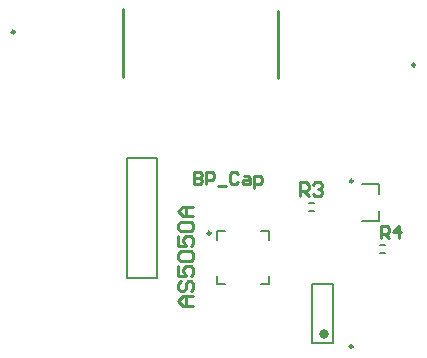
<source format=gto>
G04 Layer_Color=65535*
%FSLAX24Y24*%
%MOIN*%
G70*
G01*
G75*
%ADD10C,0.0100*%
%ADD30C,0.0157*%
%ADD31C,0.0098*%
%ADD32C,0.0079*%
D10*
X-3480Y11800D02*
G03*
X-3480Y11800I-50J0D01*
G01*
X9870Y10700D02*
G03*
X9870Y10700I-50J0D01*
G01*
X120Y10306D02*
Y12550D01*
X5300Y10256D02*
Y12500D01*
X8740Y4920D02*
Y5320D01*
X8940D01*
X9007Y5253D01*
Y5120D01*
X8940Y5053D01*
X8740D01*
X8873D02*
X9007Y4920D01*
X9340D02*
Y5320D01*
X9140Y5120D01*
X9406D01*
X6020Y6340D02*
Y6790D01*
X6245D01*
X6320Y6715D01*
Y6565D01*
X6245Y6490D01*
X6020D01*
X6170D02*
X6320Y6340D01*
X6470Y6715D02*
X6545Y6790D01*
X6695D01*
X6770Y6715D01*
Y6640D01*
X6695Y6565D01*
X6620D01*
X6695D01*
X6770Y6490D01*
Y6415D01*
X6695Y6340D01*
X6545D01*
X6470Y6415D01*
X2480Y2650D02*
X2147D01*
X1980Y2817D01*
X2147Y2983D01*
X2480D01*
X2230D01*
Y2650D01*
X2063Y3483D02*
X1980Y3400D01*
Y3233D01*
X2063Y3150D01*
X2147D01*
X2230Y3233D01*
Y3400D01*
X2313Y3483D01*
X2397D01*
X2480Y3400D01*
Y3233D01*
X2397Y3150D01*
X1980Y3983D02*
Y3650D01*
X2230D01*
X2147Y3816D01*
Y3900D01*
X2230Y3983D01*
X2397D01*
X2480Y3900D01*
Y3733D01*
X2397Y3650D01*
X2063Y4150D02*
X1980Y4233D01*
Y4399D01*
X2063Y4483D01*
X2397D01*
X2480Y4399D01*
Y4233D01*
X2397Y4150D01*
X2063D01*
X1980Y4983D02*
Y4649D01*
X2230D01*
X2147Y4816D01*
Y4899D01*
X2230Y4983D01*
X2397D01*
X2480Y4899D01*
Y4733D01*
X2397Y4649D01*
X2063Y5149D02*
X1980Y5232D01*
Y5399D01*
X2063Y5482D01*
X2397D01*
X2480Y5399D01*
Y5232D01*
X2397Y5149D01*
X2063D01*
X2480Y5649D02*
X2147D01*
X1980Y5816D01*
X2147Y5982D01*
X2480D01*
X2230D01*
Y5649D01*
X2490Y7120D02*
Y6720D01*
X2690D01*
X2757Y6787D01*
Y6853D01*
X2690Y6920D01*
X2490D01*
X2690D01*
X2757Y6987D01*
Y7053D01*
X2690Y7120D01*
X2490D01*
X2890Y6720D02*
Y7120D01*
X3090D01*
X3156Y7053D01*
Y6920D01*
X3090Y6853D01*
X2890D01*
X3290Y6653D02*
X3556D01*
X3956Y7053D02*
X3890Y7120D01*
X3756D01*
X3690Y7053D01*
Y6787D01*
X3756Y6720D01*
X3890D01*
X3956Y6787D01*
X4156Y6987D02*
X4289D01*
X4356Y6920D01*
Y6720D01*
X4156D01*
X4089Y6787D01*
X4156Y6853D01*
X4356D01*
X4489Y6587D02*
Y6987D01*
X4689D01*
X4756Y6920D01*
Y6787D01*
X4689Y6720D01*
X4489D01*
D30*
X6908Y1731D02*
G03*
X6908Y1731I-79J0D01*
G01*
D31*
X7784Y1315D02*
G03*
X7784Y1315I-49J0D01*
G01*
X3045Y5093D02*
G03*
X3045Y5093I-49J0D01*
G01*
X7798Y6829D02*
G03*
X7798Y6829I-49J0D01*
G01*
D32*
X270Y7590D02*
X1270D01*
Y3590D02*
Y7590D01*
X270Y3590D02*
Y7590D01*
Y3590D02*
X1270D01*
X6436Y3384D02*
X7144D01*
X6436Y1416D02*
X7144D01*
X6436D02*
Y3384D01*
X7144Y1416D02*
Y3384D01*
X6341Y6108D02*
X6499D01*
X6341Y5832D02*
X6499D01*
X3252Y3400D02*
X3527D01*
X3252D02*
Y3676D01*
X4728Y3400D02*
X5004D01*
Y3676D01*
Y4877D02*
Y5152D01*
X4728D02*
X5004D01*
X3252D02*
X3527D01*
X3252Y4877D02*
Y5152D01*
X8103Y6730D02*
X8654D01*
Y6396D02*
Y6730D01*
X8103Y5510D02*
X8654D01*
Y5844D01*
X8701Y4708D02*
X8859D01*
X8701Y4432D02*
X8859D01*
M02*

</source>
